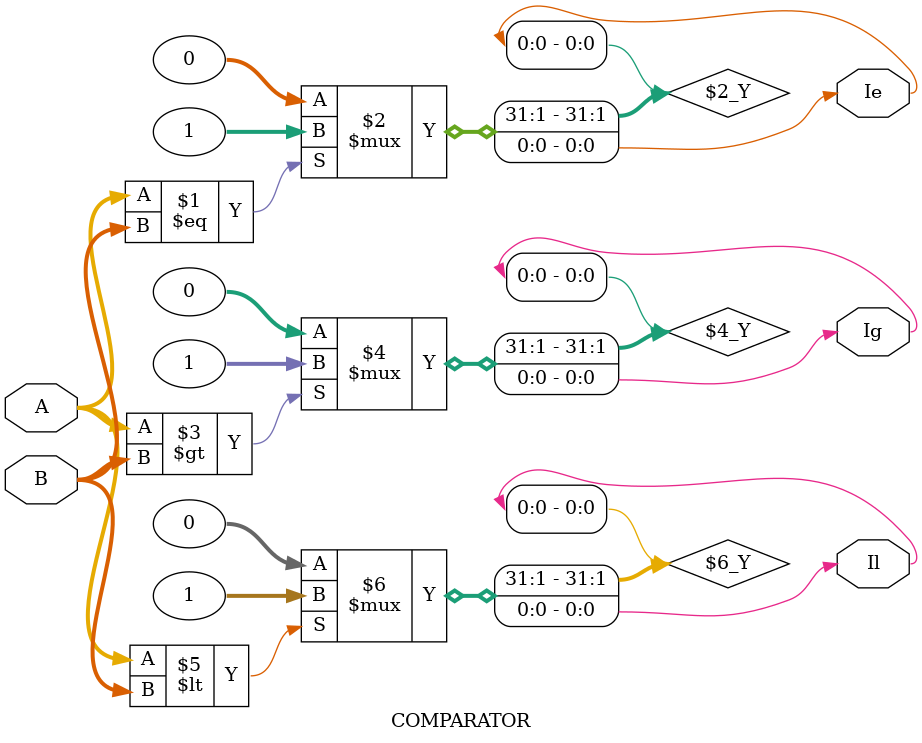
<source format=v>
module COMPARATOR(
input [3:0]A,
input [3:0]B,
output Ie,Ig,Il
);
assign Ie=(A==B)?1:0;
assign Ig=(A>B)?1:0;
assign Il=(A<B)?1:0;

endmodule

</source>
